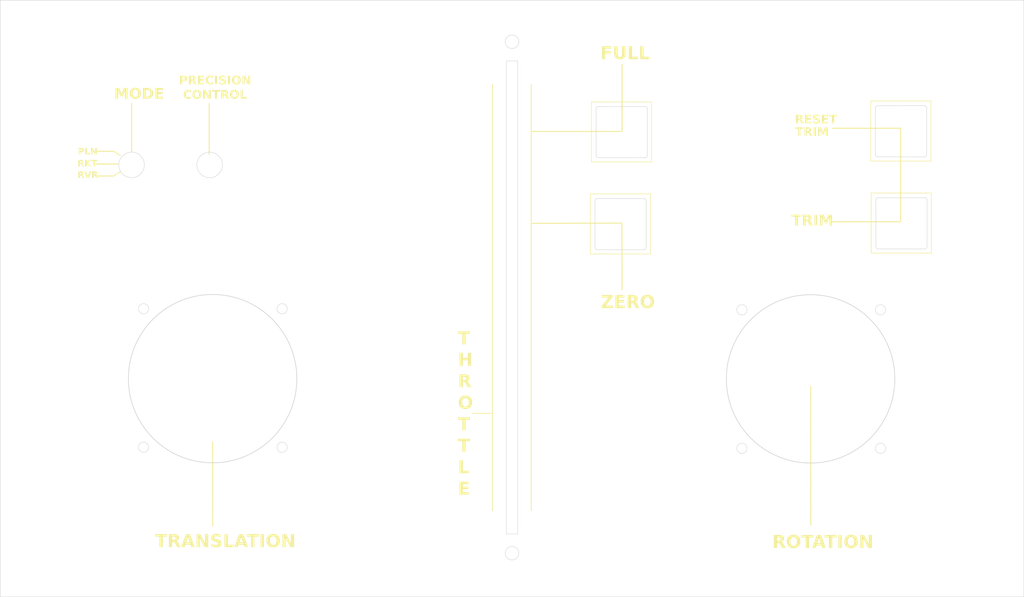
<source format=kicad_pcb>
(kicad_pcb (version 20221018) (generator pcbnew)
  (layers (0 "F.Cu" signal) (31 "B.Cu" signal) (34 "B.Paste" user) (35 "F.Paste" user) (36 "B.SilkS" user "B.Silkscreen") (37 "F.SilkS" user "F.Silkscreen") (38 "B.Mask" user) (39 "F.Mask" user) (44 "Edge.Cuts" user))
  (net 0 "")
  (gr_line (start 79.4 68.75) (end 82 68.75) (stroke (width 0.25)) (layer "F.SilkS"))
  (gr_line (start 170.8 97.25) (end 170.8 47.25) (stroke (width 0.2)) (layer "F.SilkS"))
  (gr_line (start 201.15 79.8) (end 201.2 95.45) (stroke (width 0.25)) (layer "F.SilkS"))
  (gr_rect (start 259.5 51.15) (end 273.6 65.25) (stroke (width 0.15)) (fill none) (layer "F.SilkS"))
  (gr_line (start 250.526629 79.507206) (end 266.5 79.492794) (stroke (width 0.25)) (layer "F.SilkS"))
  (gr_line (start 105.2 131.15) (end 105.22 150.81) (stroke (width 0.25)) (layer "F.SilkS"))
  (gr_line (start 179.9 147.25) (end 179.9 97.45) (stroke (width 0.2)) (layer "F.SilkS"))
  (gr_line (start 82 68.75) (end 83.5 67.75) (stroke (width 0.25)) (layer "F.SilkS"))
  (gr_line (start 179.85 79.85) (end 201.15 79.8) (stroke (width 0.25)) (layer "F.SilkS"))
  (gr_line (start 170.8 147.25) (end 170.8 97.25) (stroke (width 0.2)) (layer "F.SilkS"))
  (gr_line (start 79.395 62.95) (end 77.9 62.95) (stroke (width 0.25)) (layer "F.SilkS"))
  (gr_line (start 245.42992 118.15) (end 245.44 150.55) (stroke (width 0.25)) (layer "F.SilkS"))
  (gr_line (start 79.395 65.95) (end 81.995 65.95) (stroke (width 0.25)) (layer "F.SilkS"))
  (gr_line (start 250.526629 57.55) (end 266.5 57.55) (stroke (width 0.25)) (layer "F.SilkS"))
  (gr_rect (start 259.6 72.75) (end 273.7 86.85) (stroke (width 0.15)) (fill none) (layer "F.SilkS"))
  (gr_line (start 86.2 63.05) (end 86.2 51.65) (stroke (width 0.25)) (layer "F.SilkS"))
  (gr_line (start 79.395 62.95) (end 81.995 62.95) (stroke (width 0.25)) (layer "F.SilkS"))
  (gr_line (start 81.995 65.95) (end 83 65.95) (stroke (width 0.25)) (layer "F.SilkS"))
  (gr_line (start 266.5 79.492794) (end 266.5 57.55) (stroke (width 0.25)) (layer "F.SilkS"))
  (gr_line (start 170.55 124.45) (end 166.05 124.45) (stroke (width 0.2)) (layer "F.SilkS"))
  (gr_line (start 79.395 65.95) (end 77.9 65.95) (stroke (width 0.25)) (layer "F.SilkS"))
  (gr_line (start 179.9 97.45) (end 179.9 47.25) (stroke (width 0.2)) (layer "F.SilkS"))
  (gr_rect (start 194 51.35) (end 208.1 65.45) (stroke (width 0.15)) (fill none) (layer "F.SilkS"))
  (gr_line (start 81.995 62.95) (end 83.5 63.95) (stroke (width 0.25)) (layer "F.SilkS"))
  (gr_line (start 201.2 58.3) (end 201.2 42.65) (stroke (width 0.25)) (layer "F.SilkS"))
  (gr_rect (start 193.75 72.95) (end 207.85 87.05) (stroke (width 0.15)) (fill none) (layer "F.SilkS"))
  (gr_line (start 79.4 68.75) (end 77.9 68.75) (stroke (width 0.25)) (layer "F.SilkS"))
  (gr_line (start 201.2 58.3) (end 179.9 58.3) (stroke (width 0.25)) (layer "F.SilkS"))
  (gr_line (start 104.4 63.7) (end 104.4 51.75) (stroke (width 0.25)) (layer "F.SilkS"))
  (gr_circle (center 245.4 116.35) (end 265.15 116.35) (stroke (width 0.15)) (fill none) (layer "Edge.Cuts"))
  (gr_line (start 272.7 74.35) (end 272.7 85.362894) (stroke (width 0.1)) (layer "Edge.Cuts"))
  (gr_arc (start 195.603553 64.446447) (mid 195.25 64.3) (end 195.103553 63.946447) (stroke (width 0.1)) (layer "Edge.Cuts"))
  (gr_line (start 206.596447 64.456447) (end 195.603553 64.446447) (stroke (width 0.1)) (layer "Edge.Cuts"))
  (gr_circle (center 175.4 157.25) (end 177 157.25) (stroke (width 0.1)) (fill none) (layer "Edge.Cuts"))
  (gr_arc (start 261.207106 85.852894) (mid 260.853553 85.706447) (end 260.707106 85.352894) (stroke (width 0.1)) (layer "Edge.Cuts"))
  (gr_arc (start 260.607106 52.76) (mid 260.753553 52.406447) (end 261.107106 52.26) (stroke (width 0.1)) (layer "Edge.Cuts"))
  (gr_rect (start 55.4 27.5) (end 295.4 167.5) (stroke (width 0.1)) (fill none) (layer "Edge.Cuts"))
  (gr_arc (start 195.353553 86.046447) (mid 195 85.9) (end 194.853553 85.546447) (stroke (width 0.1)) (layer "Edge.Cuts"))
  (gr_arc (start 260.707106 74.36) (mid 260.853553 74.006447) (end 261.207106 73.86) (stroke (width 0.1)) (layer "Edge.Cuts"))
  (gr_arc (start 195.103553 52.953553) (mid 195.25 52.6) (end 195.603553 52.453553) (stroke (width 0.1)) (layer "Edge.Cuts"))
  (gr_circle (center 229.3 100.15) (end 230.5 100.15) (stroke (width 0.1)) (fill none) (layer "Edge.Cuts"))
  (gr_line (start 195.603553 52.453553) (end 206.596447 52.443553) (stroke (width 0.1)) (layer "Edge.Cuts"))
  (gr_circle (center 121.5 99.9) (end 122.7 99.9) (stroke (width 0.1)) (fill none) (layer "Edge.Cuts"))
  (gr_line (start 207.096447 52.943553) (end 207.096447 63.956447) (stroke (width 0.1)) (layer "Edge.Cuts"))
  (gr_circle (center 175.4 37.25) (end 177 37.25) (stroke (width 0.1)) (fill none) (layer "Edge.Cuts"))
  (gr_line (start 206.846447 74.543553) (end 206.846447 85.556447) (stroke (width 0.1)) (layer "Edge.Cuts"))
  (gr_arc (start 261.107106 64.252894) (mid 260.753553 64.106447) (end 260.607106 63.752894) (stroke (width 0.1)) (layer "Edge.Cuts"))
  (gr_circle (center 105.2 116.3) (end 124.95 116.3) (stroke (width 0.15)) (fill none) (layer "Edge.Cuts"))
  (gr_line (start 206.346447 86.056447) (end 195.353553 86.046447) (stroke (width 0.1)) (layer "Edge.Cuts"))
  (gr_arc (start 206.596447 52.443553) (mid 206.95 52.59) (end 207.096447 52.943553) (stroke (width 0.1)) (layer "Edge.Cuts"))
  (gr_rect (start 174.1 41.75) (end 176.7 152.75) (stroke (width 0.1)) (fill none) (layer "Edge.Cuts"))
  (gr_circle (center 261.8 100.15) (end 263 100.15) (stroke (width 0.1)) (fill none) (layer "Edge.Cuts"))
  (gr_circle (center 86.2 66.15) (end 89.2 66.15) (stroke (width 0.1)) (fill none) (layer "Edge.Cuts"))
  (gr_circle (center 261.8 132.65) (end 263 132.65) (stroke (width 0.1)) (fill none) (layer "Edge.Cuts"))
  (gr_arc (start 206.346447 74.043553) (mid 206.7 74.19) (end 206.846447 74.543553) (stroke (width 0.1)) (layer "Edge.Cuts"))
  (gr_arc (start 206.846447 85.556447) (mid 206.7 85.91) (end 206.346447 86.056447) (stroke (width 0.1)) (layer "Edge.Cuts"))
  (gr_circle (center 89 99.9) (end 90.2 99.9) (stroke (width 0.1)) (fill none) (layer "Edge.Cuts"))
  (gr_arc (start 207.096447 63.956447) (mid 206.95 64.31) (end 206.596447 64.456447) (stroke (width 0.1)) (layer "Edge.Cuts"))
  (gr_circle (center 104.5 66.15) (end 107.5 66.15) (stroke (width 0.1)) (fill none) (layer "Edge.Cuts"))
  (gr_circle (center 89 132.4) (end 90.2 132.4) (stroke (width 0.1)) (fill none) (layer "Edge.Cuts"))
  (gr_line (start 195.353553 74.053553) (end 206.346447 74.043553) (stroke (width 0.1)) (layer "Edge.Cuts"))
  (gr_line (start 195.103553 63.946447) (end 195.103553 52.953553) (stroke (width 0.1)) (layer "Edge.Cuts"))
  (gr_line (start 272.2 85.862894) (end 261.207106 85.852894) (stroke (width 0.1)) (layer "Edge.Cuts"))
  (gr_line (start 260.607106 63.752894) (end 260.607106 52.76) (stroke (width 0.1)) (layer "Edge.Cuts"))
  (gr_circle (center 121.5 132.4) (end 122.7 132.4) (stroke (width 0.1)) (fill none) (layer "Edge.Cuts"))
  (gr_arc (start 272.2 73.85) (mid 272.553553 73.996447) (end 272.7 74.35) (stroke (width 0.1)) (layer "Edge.Cuts"))
  (gr_arc (start 272.1 52.25) (mid 272.453553 52.396447) (end 272.6 52.75) (stroke (width 0.1)) (layer "Edge.Cuts"))
  (gr_line (start 272.1 64.262894) (end 261.107106 64.252894) (stroke (width 0.1)) (layer "Edge.Cuts"))
  (gr_line (start 272.6 52.75) (end 272.6 63.762894) (stroke (width 0.1)) (layer "Edge.Cuts"))
  (gr_arc (start 272.6 63.762894) (mid 272.453553 64.116447) (end 272.1 64.262894) (stroke (width 0.1)) (layer "Edge.Cuts"))
  (gr_line (start 261.107106 52.26) (end 272.1 52.25) (stroke (width 0.1)) (layer "Edge.Cuts"))
  (gr_line (start 260.707106 85.352894) (end 260.707106 74.36) (stroke (width 0.1)) (layer "Edge.Cuts"))
  (gr_arc (start 272.7 85.362894) (mid 272.553553 85.716447) (end 272.2 85.862894) (stroke (width 0.1)) (layer "Edge.Cuts"))
  (gr_line (start 261.207106 73.86) (end 272.2 73.85) (stroke (width 0.1)) (layer "Edge.Cuts"))
  (gr_arc (start 194.853553 74.553553) (mid 195 74.2) (end 195.353553 74.053553) (stroke (width 0.1)) (layer "Edge.Cuts"))
  (gr_circle (center 229.3 132.65) (end 230.5 132.65) (stroke (width 0.1)) (fill none) (layer "Edge.Cuts"))
  (gr_line (start 194.853553 85.546447) (end 194.853553 74.553553) (stroke (width 0.1)) (layer "Edge.Cuts"))
  (gr_text "PLN" (at 73.6 63.95) (layer "F.SilkS") (effects (font (size 1.5 1.5) (thickness 0.3) bold) (justify left bottom)))
  (gr_text "T\nH\nR\nO\nT\nT\nL\nE" (at 162.7 144.05) (layer "F.SilkS") (effects (font (size 3 3) (thickness 0.6) bold) (justify left bottom)))
  (gr_text "MODE" (at 82.1 51.05) (layer "F.SilkS") (effects (font (size 2.5 2.5) (thickness 0.5) bold) (justify left bottom)))
  (gr_text "FULL" (at 196.1 41.85) (layer "F.SilkS") (effects (font (size 3 3) (thickness 0.6) bold) (justify left bottom)))
  (gr_text "RKT" (at 73.5 66.75) (layer "F.SilkS") (effects (font (size 1.5 1.5) (thickness 0.3) bold) (justify left bottom)))
  (gr_text "ZERO" (at 196.2 100.25) (layer "F.SilkS") (effects (font (size 3 3) (thickness 0.6) bold) (justify left bottom)))
  (gr_text "RESET" (at 241.7 56.75) (layer "F.SilkS") (effects (font (size 2 2) (thickness 0.4) bold) (justify left bottom)))
  (gr_text "PRECISION\n CONTROL" (at 97.3 50.95) (layer "F.SilkS") (effects (font (size 2 2) (thickness 0.4) bold) (justify left bottom)))
  (gr_text "TRIM" (at 240.9 80.8) (layer "F.SilkS") (effects (font (size 2.5 2.5) (thickness 0.5) bold) (justify left bottom)))
  (gr_text "RVR" (at 73.5 69.45) (layer "F.SilkS") (effects (font (size 1.5 1.5) (thickness 0.3) bold) (justify left bottom)))
  (gr_text "ROTATION" (at 236.4 156.55) (layer "F.SilkS") (effects (font (size 3 3) (thickness 0.6) bold) (justify left bottom)))
  (gr_text "TRIM" (at 241.8 59.7) (layer "F.SilkS") (effects (font (size 2 2) (thickness 0.4) bold) (justify left bottom)))
  (gr_text "TRANSLATION" (at 91.7 156.35) (layer "F.SilkS") (effects (font (size 3 3) (thickness 0.6) bold) (justify left bottom)))
)
</source>
